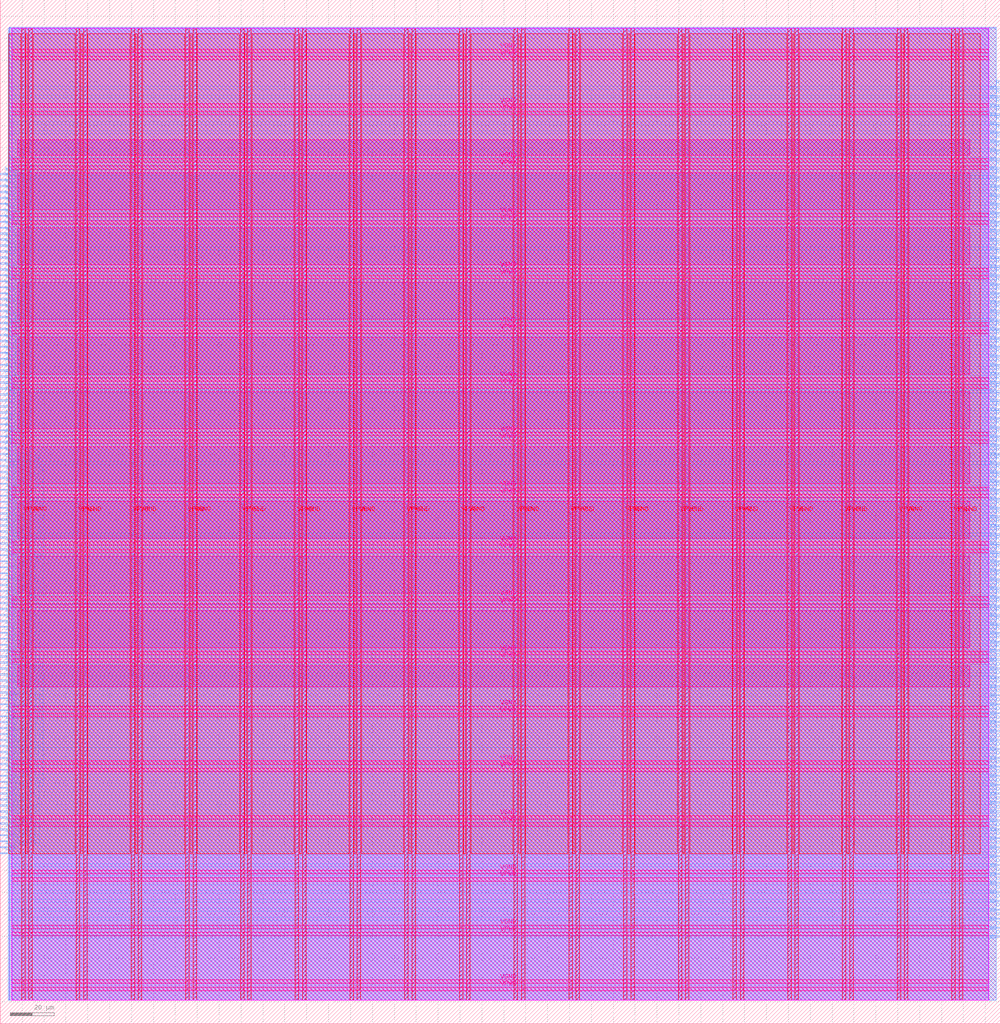
<source format=lef>
VERSION 5.7 ;
  NOWIREEXTENSIONATPIN ON ;
  DIVIDERCHAR "/" ;
  BUSBITCHARS "[]" ;
MACRO TopModule
  CLASS BLOCK ;
  FOREIGN TopModule ;
  ORIGIN 0.000 0.000 ;
  SIZE 456.785 BY 467.505 ;
  PIN A1[0]
    DIRECTION INPUT ;
    USE SIGNAL ;
    ANTENNAGATEAREA 2.446500 ;
    PORT
      LAYER met3 ;
        RECT 0.000 262.520 4.000 263.120 ;
    END
  END A1[0]
  PIN A1[1]
    DIRECTION INPUT ;
    USE SIGNAL ;
    ANTENNAGATEAREA 1.560000 ;
    ANTENNADIFFAREA 0.434700 ;
    PORT
      LAYER met3 ;
        RECT 0.000 265.240 4.000 265.840 ;
    END
  END A1[1]
  PIN A1[2]
    DIRECTION INPUT ;
    USE SIGNAL ;
    ANTENNAGATEAREA 0.159000 ;
    PORT
      LAYER met3 ;
        RECT 0.000 267.960 4.000 268.560 ;
    END
  END A1[2]
  PIN A1[3]
    DIRECTION INPUT ;
    USE SIGNAL ;
    ANTENNAGATEAREA 0.247500 ;
    PORT
      LAYER met3 ;
        RECT 0.000 270.680 4.000 271.280 ;
    END
  END A1[3]
  PIN A1[4]
    DIRECTION INPUT ;
    USE SIGNAL ;
    ANTENNAGATEAREA 0.495000 ;
    PORT
      LAYER met3 ;
        RECT 0.000 273.400 4.000 274.000 ;
    END
  END A1[4]
  PIN A2[0]
    DIRECTION INPUT ;
    USE SIGNAL ;
    ANTENNAGATEAREA 0.247500 ;
    PORT
      LAYER met3 ;
        RECT 0.000 276.120 4.000 276.720 ;
    END
  END A2[0]
  PIN A2[1]
    DIRECTION INPUT ;
    USE SIGNAL ;
    ANTENNAGATEAREA 0.213000 ;
    PORT
      LAYER met3 ;
        RECT 0.000 278.840 4.000 279.440 ;
    END
  END A2[1]
  PIN A2[2]
    DIRECTION INPUT ;
    USE SIGNAL ;
    ANTENNAGATEAREA 0.159000 ;
    PORT
      LAYER met3 ;
        RECT 0.000 281.560 4.000 282.160 ;
    END
  END A2[2]
  PIN A2[3]
    DIRECTION INPUT ;
    USE SIGNAL ;
    ANTENNAGATEAREA 0.426000 ;
    PORT
      LAYER met3 ;
        RECT 0.000 284.280 4.000 284.880 ;
    END
  END A2[3]
  PIN A2[4]
    DIRECTION INPUT ;
    USE SIGNAL ;
    ANTENNAGATEAREA 0.495000 ;
    PORT
      LAYER met3 ;
        RECT 0.000 287.000 4.000 287.600 ;
    END
  END A2[4]
  PIN A3[0]
    DIRECTION INPUT ;
    USE SIGNAL ;
    ANTENNAGATEAREA 0.247500 ;
    PORT
      LAYER met3 ;
        RECT 0.000 289.720 4.000 290.320 ;
    END
  END A3[0]
  PIN A3[1]
    DIRECTION INPUT ;
    USE SIGNAL ;
    ANTENNAGATEAREA 0.213000 ;
    PORT
      LAYER met3 ;
        RECT 0.000 292.440 4.000 293.040 ;
    END
  END A3[1]
  PIN A3[2]
    DIRECTION INPUT ;
    USE SIGNAL ;
    ANTENNAGATEAREA 0.213000 ;
    PORT
      LAYER met3 ;
        RECT 0.000 295.160 4.000 295.760 ;
    END
  END A3[2]
  PIN A3[3]
    DIRECTION INPUT ;
    USE SIGNAL ;
    ANTENNAGATEAREA 0.213000 ;
    PORT
      LAYER met3 ;
        RECT 0.000 297.880 4.000 298.480 ;
    END
  END A3[3]
  PIN A3[4]
    DIRECTION INPUT ;
    USE SIGNAL ;
    ANTENNAGATEAREA 0.213000 ;
    PORT
      LAYER met3 ;
        RECT 0.000 300.600 4.000 301.200 ;
    END
  END A3[4]
  PIN RD1[0]
    DIRECTION OUTPUT ;
    USE SIGNAL ;
    ANTENNADIFFAREA 0.445500 ;
    PORT
      LAYER met3 ;
        RECT 452.785 170.040 456.785 170.640 ;
    END
  END RD1[0]
  PIN RD1[10]
    DIRECTION OUTPUT ;
    USE SIGNAL ;
    ANTENNADIFFAREA 0.445500 ;
    PORT
      LAYER met3 ;
        RECT 452.785 210.840 456.785 211.440 ;
    END
  END RD1[10]
  PIN RD1[11]
    DIRECTION OUTPUT ;
    USE SIGNAL ;
    ANTENNADIFFAREA 0.445500 ;
    PORT
      LAYER met3 ;
        RECT 452.785 214.920 456.785 215.520 ;
    END
  END RD1[11]
  PIN RD1[12]
    DIRECTION OUTPUT ;
    USE SIGNAL ;
    ANTENNADIFFAREA 0.445500 ;
    PORT
      LAYER met3 ;
        RECT 452.785 219.000 456.785 219.600 ;
    END
  END RD1[12]
  PIN RD1[13]
    DIRECTION OUTPUT ;
    USE SIGNAL ;
    ANTENNADIFFAREA 0.445500 ;
    PORT
      LAYER met3 ;
        RECT 452.785 223.080 456.785 223.680 ;
    END
  END RD1[13]
  PIN RD1[14]
    DIRECTION OUTPUT ;
    USE SIGNAL ;
    ANTENNADIFFAREA 0.445500 ;
    PORT
      LAYER met3 ;
        RECT 452.785 227.160 456.785 227.760 ;
    END
  END RD1[14]
  PIN RD1[15]
    DIRECTION OUTPUT ;
    USE SIGNAL ;
    ANTENNADIFFAREA 0.445500 ;
    PORT
      LAYER met3 ;
        RECT 452.785 231.240 456.785 231.840 ;
    END
  END RD1[15]
  PIN RD1[16]
    DIRECTION OUTPUT ;
    USE SIGNAL ;
    ANTENNADIFFAREA 0.445500 ;
    PORT
      LAYER met3 ;
        RECT 452.785 235.320 456.785 235.920 ;
    END
  END RD1[16]
  PIN RD1[17]
    DIRECTION OUTPUT ;
    USE SIGNAL ;
    ANTENNADIFFAREA 0.445500 ;
    PORT
      LAYER met3 ;
        RECT 452.785 239.400 456.785 240.000 ;
    END
  END RD1[17]
  PIN RD1[18]
    DIRECTION OUTPUT ;
    USE SIGNAL ;
    ANTENNADIFFAREA 0.445500 ;
    PORT
      LAYER met3 ;
        RECT 452.785 243.480 456.785 244.080 ;
    END
  END RD1[18]
  PIN RD1[19]
    DIRECTION OUTPUT ;
    USE SIGNAL ;
    ANTENNADIFFAREA 0.445500 ;
    PORT
      LAYER met3 ;
        RECT 452.785 247.560 456.785 248.160 ;
    END
  END RD1[19]
  PIN RD1[1]
    DIRECTION OUTPUT ;
    USE SIGNAL ;
    ANTENNADIFFAREA 0.445500 ;
    PORT
      LAYER met3 ;
        RECT 452.785 174.120 456.785 174.720 ;
    END
  END RD1[1]
  PIN RD1[20]
    DIRECTION OUTPUT ;
    USE SIGNAL ;
    ANTENNADIFFAREA 0.445500 ;
    PORT
      LAYER met3 ;
        RECT 452.785 251.640 456.785 252.240 ;
    END
  END RD1[20]
  PIN RD1[21]
    DIRECTION OUTPUT ;
    USE SIGNAL ;
    ANTENNADIFFAREA 0.445500 ;
    PORT
      LAYER met3 ;
        RECT 452.785 255.720 456.785 256.320 ;
    END
  END RD1[21]
  PIN RD1[22]
    DIRECTION OUTPUT ;
    USE SIGNAL ;
    ANTENNADIFFAREA 0.445500 ;
    PORT
      LAYER met3 ;
        RECT 452.785 259.800 456.785 260.400 ;
    END
  END RD1[22]
  PIN RD1[23]
    DIRECTION OUTPUT ;
    USE SIGNAL ;
    ANTENNADIFFAREA 0.445500 ;
    PORT
      LAYER met3 ;
        RECT 452.785 263.880 456.785 264.480 ;
    END
  END RD1[23]
  PIN RD1[24]
    DIRECTION OUTPUT ;
    USE SIGNAL ;
    ANTENNADIFFAREA 0.445500 ;
    PORT
      LAYER met3 ;
        RECT 452.785 267.960 456.785 268.560 ;
    END
  END RD1[24]
  PIN RD1[25]
    DIRECTION OUTPUT ;
    USE SIGNAL ;
    ANTENNADIFFAREA 0.445500 ;
    PORT
      LAYER met3 ;
        RECT 452.785 272.040 456.785 272.640 ;
    END
  END RD1[25]
  PIN RD1[26]
    DIRECTION OUTPUT ;
    USE SIGNAL ;
    ANTENNADIFFAREA 0.445500 ;
    PORT
      LAYER met3 ;
        RECT 452.785 276.120 456.785 276.720 ;
    END
  END RD1[26]
  PIN RD1[27]
    DIRECTION OUTPUT ;
    USE SIGNAL ;
    ANTENNADIFFAREA 0.445500 ;
    PORT
      LAYER met3 ;
        RECT 452.785 280.200 456.785 280.800 ;
    END
  END RD1[27]
  PIN RD1[28]
    DIRECTION OUTPUT ;
    USE SIGNAL ;
    ANTENNADIFFAREA 0.445500 ;
    PORT
      LAYER met3 ;
        RECT 452.785 284.280 456.785 284.880 ;
    END
  END RD1[28]
  PIN RD1[29]
    DIRECTION OUTPUT ;
    USE SIGNAL ;
    ANTENNADIFFAREA 0.445500 ;
    PORT
      LAYER met3 ;
        RECT 452.785 288.360 456.785 288.960 ;
    END
  END RD1[29]
  PIN RD1[2]
    DIRECTION OUTPUT ;
    USE SIGNAL ;
    ANTENNADIFFAREA 0.445500 ;
    PORT
      LAYER met3 ;
        RECT 452.785 178.200 456.785 178.800 ;
    END
  END RD1[2]
  PIN RD1[30]
    DIRECTION OUTPUT ;
    USE SIGNAL ;
    ANTENNADIFFAREA 0.445500 ;
    PORT
      LAYER met3 ;
        RECT 452.785 292.440 456.785 293.040 ;
    END
  END RD1[30]
  PIN RD1[31]
    DIRECTION OUTPUT ;
    USE SIGNAL ;
    ANTENNADIFFAREA 0.445500 ;
    PORT
      LAYER met3 ;
        RECT 452.785 296.520 456.785 297.120 ;
    END
  END RD1[31]
  PIN RD1[3]
    DIRECTION OUTPUT ;
    USE SIGNAL ;
    ANTENNADIFFAREA 0.445500 ;
    PORT
      LAYER met3 ;
        RECT 452.785 182.280 456.785 182.880 ;
    END
  END RD1[3]
  PIN RD1[4]
    DIRECTION OUTPUT ;
    USE SIGNAL ;
    ANTENNADIFFAREA 0.445500 ;
    PORT
      LAYER met3 ;
        RECT 452.785 186.360 456.785 186.960 ;
    END
  END RD1[4]
  PIN RD1[5]
    DIRECTION OUTPUT ;
    USE SIGNAL ;
    ANTENNADIFFAREA 0.445500 ;
    PORT
      LAYER met3 ;
        RECT 452.785 190.440 456.785 191.040 ;
    END
  END RD1[5]
  PIN RD1[6]
    DIRECTION OUTPUT ;
    USE SIGNAL ;
    ANTENNADIFFAREA 0.445500 ;
    PORT
      LAYER met3 ;
        RECT 452.785 194.520 456.785 195.120 ;
    END
  END RD1[6]
  PIN RD1[7]
    DIRECTION OUTPUT ;
    USE SIGNAL ;
    ANTENNADIFFAREA 0.445500 ;
    PORT
      LAYER met3 ;
        RECT 452.785 198.600 456.785 199.200 ;
    END
  END RD1[7]
  PIN RD1[8]
    DIRECTION OUTPUT ;
    USE SIGNAL ;
    ANTENNADIFFAREA 0.445500 ;
    PORT
      LAYER met3 ;
        RECT 452.785 202.680 456.785 203.280 ;
    END
  END RD1[8]
  PIN RD1[9]
    DIRECTION OUTPUT ;
    USE SIGNAL ;
    ANTENNADIFFAREA 0.445500 ;
    PORT
      LAYER met3 ;
        RECT 452.785 206.760 456.785 207.360 ;
    END
  END RD1[9]
  PIN RD2[0]
    DIRECTION OUTPUT ;
    USE SIGNAL ;
    ANTENNADIFFAREA 0.445500 ;
    PORT
      LAYER met3 ;
        RECT 452.785 300.600 456.785 301.200 ;
    END
  END RD2[0]
  PIN RD2[10]
    DIRECTION OUTPUT ;
    USE SIGNAL ;
    ANTENNADIFFAREA 0.445500 ;
    PORT
      LAYER met3 ;
        RECT 452.785 341.400 456.785 342.000 ;
    END
  END RD2[10]
  PIN RD2[11]
    DIRECTION OUTPUT ;
    USE SIGNAL ;
    ANTENNADIFFAREA 0.445500 ;
    PORT
      LAYER met3 ;
        RECT 452.785 345.480 456.785 346.080 ;
    END
  END RD2[11]
  PIN RD2[12]
    DIRECTION OUTPUT ;
    USE SIGNAL ;
    ANTENNADIFFAREA 0.445500 ;
    PORT
      LAYER met3 ;
        RECT 452.785 349.560 456.785 350.160 ;
    END
  END RD2[12]
  PIN RD2[13]
    DIRECTION OUTPUT ;
    USE SIGNAL ;
    ANTENNADIFFAREA 0.445500 ;
    PORT
      LAYER met3 ;
        RECT 452.785 353.640 456.785 354.240 ;
    END
  END RD2[13]
  PIN RD2[14]
    DIRECTION OUTPUT ;
    USE SIGNAL ;
    ANTENNADIFFAREA 0.445500 ;
    PORT
      LAYER met3 ;
        RECT 452.785 357.720 456.785 358.320 ;
    END
  END RD2[14]
  PIN RD2[15]
    DIRECTION OUTPUT ;
    USE SIGNAL ;
    ANTENNADIFFAREA 0.445500 ;
    PORT
      LAYER met3 ;
        RECT 452.785 361.800 456.785 362.400 ;
    END
  END RD2[15]
  PIN RD2[16]
    DIRECTION OUTPUT ;
    USE SIGNAL ;
    ANTENNADIFFAREA 0.445500 ;
    PORT
      LAYER met3 ;
        RECT 452.785 365.880 456.785 366.480 ;
    END
  END RD2[16]
  PIN RD2[17]
    DIRECTION OUTPUT ;
    USE SIGNAL ;
    ANTENNADIFFAREA 0.445500 ;
    PORT
      LAYER met3 ;
        RECT 452.785 369.960 456.785 370.560 ;
    END
  END RD2[17]
  PIN RD2[18]
    DIRECTION OUTPUT ;
    USE SIGNAL ;
    ANTENNADIFFAREA 0.445500 ;
    PORT
      LAYER met3 ;
        RECT 452.785 374.040 456.785 374.640 ;
    END
  END RD2[18]
  PIN RD2[19]
    DIRECTION OUTPUT ;
    USE SIGNAL ;
    ANTENNADIFFAREA 0.445500 ;
    PORT
      LAYER met3 ;
        RECT 452.785 378.120 456.785 378.720 ;
    END
  END RD2[19]
  PIN RD2[1]
    DIRECTION OUTPUT ;
    USE SIGNAL ;
    ANTENNADIFFAREA 0.445500 ;
    PORT
      LAYER met3 ;
        RECT 452.785 304.680 456.785 305.280 ;
    END
  END RD2[1]
  PIN RD2[20]
    DIRECTION OUTPUT ;
    USE SIGNAL ;
    ANTENNADIFFAREA 0.445500 ;
    PORT
      LAYER met3 ;
        RECT 452.785 382.200 456.785 382.800 ;
    END
  END RD2[20]
  PIN RD2[21]
    DIRECTION OUTPUT ;
    USE SIGNAL ;
    ANTENNADIFFAREA 0.445500 ;
    PORT
      LAYER met3 ;
        RECT 452.785 386.280 456.785 386.880 ;
    END
  END RD2[21]
  PIN RD2[22]
    DIRECTION OUTPUT ;
    USE SIGNAL ;
    ANTENNADIFFAREA 0.445500 ;
    PORT
      LAYER met3 ;
        RECT 452.785 390.360 456.785 390.960 ;
    END
  END RD2[22]
  PIN RD2[23]
    DIRECTION OUTPUT ;
    USE SIGNAL ;
    ANTENNADIFFAREA 0.445500 ;
    PORT
      LAYER met3 ;
        RECT 452.785 394.440 456.785 395.040 ;
    END
  END RD2[23]
  PIN RD2[24]
    DIRECTION OUTPUT ;
    USE SIGNAL ;
    ANTENNADIFFAREA 0.445500 ;
    PORT
      LAYER met3 ;
        RECT 452.785 398.520 456.785 399.120 ;
    END
  END RD2[24]
  PIN RD2[25]
    DIRECTION OUTPUT ;
    USE SIGNAL ;
    ANTENNADIFFAREA 0.445500 ;
    PORT
      LAYER met3 ;
        RECT 452.785 402.600 456.785 403.200 ;
    END
  END RD2[25]
  PIN RD2[26]
    DIRECTION OUTPUT ;
    USE SIGNAL ;
    ANTENNADIFFAREA 0.445500 ;
    PORT
      LAYER met3 ;
        RECT 452.785 406.680 456.785 407.280 ;
    END
  END RD2[26]
  PIN RD2[27]
    DIRECTION OUTPUT ;
    USE SIGNAL ;
    ANTENNADIFFAREA 0.445500 ;
    PORT
      LAYER met3 ;
        RECT 452.785 410.760 456.785 411.360 ;
    END
  END RD2[27]
  PIN RD2[28]
    DIRECTION OUTPUT ;
    USE SIGNAL ;
    ANTENNADIFFAREA 0.445500 ;
    PORT
      LAYER met3 ;
        RECT 452.785 414.840 456.785 415.440 ;
    END
  END RD2[28]
  PIN RD2[29]
    DIRECTION OUTPUT ;
    USE SIGNAL ;
    ANTENNADIFFAREA 0.445500 ;
    PORT
      LAYER met3 ;
        RECT 452.785 418.920 456.785 419.520 ;
    END
  END RD2[29]
  PIN RD2[2]
    DIRECTION OUTPUT ;
    USE SIGNAL ;
    ANTENNADIFFAREA 0.445500 ;
    PORT
      LAYER met3 ;
        RECT 452.785 308.760 456.785 309.360 ;
    END
  END RD2[2]
  PIN RD2[30]
    DIRECTION OUTPUT ;
    USE SIGNAL ;
    ANTENNADIFFAREA 0.445500 ;
    PORT
      LAYER met3 ;
        RECT 452.785 423.000 456.785 423.600 ;
    END
  END RD2[30]
  PIN RD2[31]
    DIRECTION OUTPUT ;
    USE SIGNAL ;
    ANTENNADIFFAREA 0.445500 ;
    PORT
      LAYER met3 ;
        RECT 452.785 427.080 456.785 427.680 ;
    END
  END RD2[31]
  PIN RD2[3]
    DIRECTION OUTPUT ;
    USE SIGNAL ;
    ANTENNADIFFAREA 0.445500 ;
    PORT
      LAYER met3 ;
        RECT 452.785 312.840 456.785 313.440 ;
    END
  END RD2[3]
  PIN RD2[4]
    DIRECTION OUTPUT ;
    USE SIGNAL ;
    ANTENNADIFFAREA 0.445500 ;
    PORT
      LAYER met3 ;
        RECT 452.785 316.920 456.785 317.520 ;
    END
  END RD2[4]
  PIN RD2[5]
    DIRECTION OUTPUT ;
    USE SIGNAL ;
    ANTENNADIFFAREA 0.445500 ;
    PORT
      LAYER met3 ;
        RECT 452.785 321.000 456.785 321.600 ;
    END
  END RD2[5]
  PIN RD2[6]
    DIRECTION OUTPUT ;
    USE SIGNAL ;
    ANTENNADIFFAREA 0.445500 ;
    PORT
      LAYER met3 ;
        RECT 452.785 325.080 456.785 325.680 ;
    END
  END RD2[6]
  PIN RD2[7]
    DIRECTION OUTPUT ;
    USE SIGNAL ;
    ANTENNADIFFAREA 0.445500 ;
    PORT
      LAYER met3 ;
        RECT 452.785 329.160 456.785 329.760 ;
    END
  END RD2[7]
  PIN RD2[8]
    DIRECTION OUTPUT ;
    USE SIGNAL ;
    ANTENNADIFFAREA 0.445500 ;
    PORT
      LAYER met3 ;
        RECT 452.785 333.240 456.785 333.840 ;
    END
  END RD2[8]
  PIN RD2[9]
    DIRECTION OUTPUT ;
    USE SIGNAL ;
    ANTENNADIFFAREA 0.445500 ;
    PORT
      LAYER met3 ;
        RECT 452.785 337.320 456.785 337.920 ;
    END
  END RD2[9]
  PIN VGND
    DIRECTION INOUT ;
    USE GROUND ;
    PORT
      LAYER met4 ;
        RECT 13.020 10.640 14.620 454.480 ;
    END
    PORT
      LAYER met4 ;
        RECT 38.020 10.640 39.620 454.480 ;
    END
    PORT
      LAYER met4 ;
        RECT 63.020 10.640 64.620 454.480 ;
    END
    PORT
      LAYER met4 ;
        RECT 88.020 10.640 89.620 454.480 ;
    END
    PORT
      LAYER met4 ;
        RECT 113.020 10.640 114.620 454.480 ;
    END
    PORT
      LAYER met4 ;
        RECT 138.020 10.640 139.620 454.480 ;
    END
    PORT
      LAYER met4 ;
        RECT 163.020 10.640 164.620 454.480 ;
    END
    PORT
      LAYER met4 ;
        RECT 188.020 10.640 189.620 454.480 ;
    END
    PORT
      LAYER met4 ;
        RECT 213.020 10.640 214.620 454.480 ;
    END
    PORT
      LAYER met4 ;
        RECT 238.020 10.640 239.620 454.480 ;
    END
    PORT
      LAYER met4 ;
        RECT 263.020 10.640 264.620 454.480 ;
    END
    PORT
      LAYER met4 ;
        RECT 288.020 10.640 289.620 454.480 ;
    END
    PORT
      LAYER met4 ;
        RECT 313.020 10.640 314.620 454.480 ;
    END
    PORT
      LAYER met4 ;
        RECT 338.020 10.640 339.620 454.480 ;
    END
    PORT
      LAYER met4 ;
        RECT 363.020 10.640 364.620 454.480 ;
    END
    PORT
      LAYER met4 ;
        RECT 388.020 10.640 389.620 454.480 ;
    END
    PORT
      LAYER met4 ;
        RECT 413.020 10.640 414.620 454.480 ;
    END
    PORT
      LAYER met4 ;
        RECT 438.020 10.640 439.620 454.480 ;
    END
    PORT
      LAYER met5 ;
        RECT 5.280 18.380 451.500 19.980 ;
    END
    PORT
      LAYER met5 ;
        RECT 5.280 43.380 451.500 44.980 ;
    END
    PORT
      LAYER met5 ;
        RECT 5.280 68.380 451.500 69.980 ;
    END
    PORT
      LAYER met5 ;
        RECT 5.280 93.380 451.500 94.980 ;
    END
    PORT
      LAYER met5 ;
        RECT 5.280 118.380 451.500 119.980 ;
    END
    PORT
      LAYER met5 ;
        RECT 5.280 143.380 451.500 144.980 ;
    END
    PORT
      LAYER met5 ;
        RECT 5.280 168.380 451.500 169.980 ;
    END
    PORT
      LAYER met5 ;
        RECT 5.280 193.380 451.500 194.980 ;
    END
    PORT
      LAYER met5 ;
        RECT 5.280 218.380 451.500 219.980 ;
    END
    PORT
      LAYER met5 ;
        RECT 5.280 243.380 451.500 244.980 ;
    END
    PORT
      LAYER met5 ;
        RECT 5.280 268.380 451.500 269.980 ;
    END
    PORT
      LAYER met5 ;
        RECT 5.280 293.380 451.500 294.980 ;
    END
    PORT
      LAYER met5 ;
        RECT 5.280 318.380 451.500 319.980 ;
    END
    PORT
      LAYER met5 ;
        RECT 5.280 343.380 451.500 344.980 ;
    END
    PORT
      LAYER met5 ;
        RECT 5.280 368.380 451.500 369.980 ;
    END
    PORT
      LAYER met5 ;
        RECT 5.280 393.380 451.500 394.980 ;
    END
    PORT
      LAYER met5 ;
        RECT 5.280 418.380 451.500 419.980 ;
    END
    PORT
      LAYER met5 ;
        RECT 5.280 443.380 451.500 444.980 ;
    END
  END VGND
  PIN VPWR
    DIRECTION INOUT ;
    USE POWER ;
    PORT
      LAYER met4 ;
        RECT 9.720 10.640 11.320 454.480 ;
    END
    PORT
      LAYER met4 ;
        RECT 34.720 10.640 36.320 454.480 ;
    END
    PORT
      LAYER met4 ;
        RECT 59.720 10.640 61.320 454.480 ;
    END
    PORT
      LAYER met4 ;
        RECT 84.720 10.640 86.320 454.480 ;
    END
    PORT
      LAYER met4 ;
        RECT 109.720 10.640 111.320 454.480 ;
    END
    PORT
      LAYER met4 ;
        RECT 134.720 10.640 136.320 454.480 ;
    END
    PORT
      LAYER met4 ;
        RECT 159.720 10.640 161.320 454.480 ;
    END
    PORT
      LAYER met4 ;
        RECT 184.720 10.640 186.320 454.480 ;
    END
    PORT
      LAYER met4 ;
        RECT 209.720 10.640 211.320 454.480 ;
    END
    PORT
      LAYER met4 ;
        RECT 234.720 10.640 236.320 454.480 ;
    END
    PORT
      LAYER met4 ;
        RECT 259.720 10.640 261.320 454.480 ;
    END
    PORT
      LAYER met4 ;
        RECT 284.720 10.640 286.320 454.480 ;
    END
    PORT
      LAYER met4 ;
        RECT 309.720 10.640 311.320 454.480 ;
    END
    PORT
      LAYER met4 ;
        RECT 334.720 10.640 336.320 454.480 ;
    END
    PORT
      LAYER met4 ;
        RECT 359.720 10.640 361.320 454.480 ;
    END
    PORT
      LAYER met4 ;
        RECT 384.720 10.640 386.320 454.480 ;
    END
    PORT
      LAYER met4 ;
        RECT 409.720 10.640 411.320 454.480 ;
    END
    PORT
      LAYER met4 ;
        RECT 434.720 10.640 436.320 454.480 ;
    END
    PORT
      LAYER met5 ;
        RECT 5.280 15.080 451.500 16.680 ;
    END
    PORT
      LAYER met5 ;
        RECT 5.280 40.080 451.500 41.680 ;
    END
    PORT
      LAYER met5 ;
        RECT 5.280 65.080 451.500 66.680 ;
    END
    PORT
      LAYER met5 ;
        RECT 5.280 90.080 451.500 91.680 ;
    END
    PORT
      LAYER met5 ;
        RECT 5.280 115.080 451.500 116.680 ;
    END
    PORT
      LAYER met5 ;
        RECT 5.280 140.080 451.500 141.680 ;
    END
    PORT
      LAYER met5 ;
        RECT 5.280 165.080 451.500 166.680 ;
    END
    PORT
      LAYER met5 ;
        RECT 5.280 190.080 451.500 191.680 ;
    END
    PORT
      LAYER met5 ;
        RECT 5.280 215.080 451.500 216.680 ;
    END
    PORT
      LAYER met5 ;
        RECT 5.280 240.080 451.500 241.680 ;
    END
    PORT
      LAYER met5 ;
        RECT 5.280 265.080 451.500 266.680 ;
    END
    PORT
      LAYER met5 ;
        RECT 5.280 290.080 451.500 291.680 ;
    END
    PORT
      LAYER met5 ;
        RECT 5.280 315.080 451.500 316.680 ;
    END
    PORT
      LAYER met5 ;
        RECT 5.280 340.080 451.500 341.680 ;
    END
    PORT
      LAYER met5 ;
        RECT 5.280 365.080 451.500 366.680 ;
    END
    PORT
      LAYER met5 ;
        RECT 5.280 390.080 451.500 391.680 ;
    END
    PORT
      LAYER met5 ;
        RECT 5.280 415.080 451.500 416.680 ;
    END
    PORT
      LAYER met5 ;
        RECT 5.280 440.080 451.500 441.680 ;
    END
  END VPWR
  PIN WD3[0]
    DIRECTION INPUT ;
    USE SIGNAL ;
    ANTENNAGATEAREA 0.213000 ;
    PORT
      LAYER met3 ;
        RECT 0.000 303.320 4.000 303.920 ;
    END
  END WD3[0]
  PIN WD3[10]
    DIRECTION INPUT ;
    USE SIGNAL ;
    ANTENNAGATEAREA 0.159000 ;
    PORT
      LAYER met3 ;
        RECT 0.000 330.520 4.000 331.120 ;
    END
  END WD3[10]
  PIN WD3[11]
    DIRECTION INPUT ;
    USE SIGNAL ;
    ANTENNAGATEAREA 0.159000 ;
    PORT
      LAYER met3 ;
        RECT 0.000 333.240 4.000 333.840 ;
    END
  END WD3[11]
  PIN WD3[12]
    DIRECTION INPUT ;
    USE SIGNAL ;
    ANTENNAGATEAREA 0.213000 ;
    PORT
      LAYER met3 ;
        RECT 0.000 335.960 4.000 336.560 ;
    END
  END WD3[12]
  PIN WD3[13]
    DIRECTION INPUT ;
    USE SIGNAL ;
    ANTENNAGATEAREA 0.159000 ;
    PORT
      LAYER met3 ;
        RECT 0.000 338.680 4.000 339.280 ;
    END
  END WD3[13]
  PIN WD3[14]
    DIRECTION INPUT ;
    USE SIGNAL ;
    ANTENNAGATEAREA 0.159000 ;
    PORT
      LAYER met3 ;
        RECT 0.000 341.400 4.000 342.000 ;
    END
  END WD3[14]
  PIN WD3[15]
    DIRECTION INPUT ;
    USE SIGNAL ;
    ANTENNAGATEAREA 0.159000 ;
    PORT
      LAYER met3 ;
        RECT 0.000 344.120 4.000 344.720 ;
    END
  END WD3[15]
  PIN WD3[16]
    DIRECTION INPUT ;
    USE SIGNAL ;
    ANTENNAGATEAREA 0.159000 ;
    PORT
      LAYER met3 ;
        RECT 0.000 346.840 4.000 347.440 ;
    END
  END WD3[16]
  PIN WD3[17]
    DIRECTION INPUT ;
    USE SIGNAL ;
    ANTENNAGATEAREA 0.213000 ;
    PORT
      LAYER met3 ;
        RECT 0.000 349.560 4.000 350.160 ;
    END
  END WD3[17]
  PIN WD3[18]
    DIRECTION INPUT ;
    USE SIGNAL ;
    ANTENNAGATEAREA 0.159000 ;
    PORT
      LAYER met3 ;
        RECT 0.000 352.280 4.000 352.880 ;
    END
  END WD3[18]
  PIN WD3[19]
    DIRECTION INPUT ;
    USE SIGNAL ;
    ANTENNAGATEAREA 0.213000 ;
    PORT
      LAYER met3 ;
        RECT 0.000 355.000 4.000 355.600 ;
    END
  END WD3[19]
  PIN WD3[1]
    DIRECTION INPUT ;
    USE SIGNAL ;
    ANTENNAGATEAREA 0.213000 ;
    PORT
      LAYER met3 ;
        RECT 0.000 306.040 4.000 306.640 ;
    END
  END WD3[1]
  PIN WD3[20]
    DIRECTION INPUT ;
    USE SIGNAL ;
    ANTENNAGATEAREA 0.159000 ;
    PORT
      LAYER met3 ;
        RECT 0.000 357.720 4.000 358.320 ;
    END
  END WD3[20]
  PIN WD3[21]
    DIRECTION INPUT ;
    USE SIGNAL ;
    ANTENNAGATEAREA 0.213000 ;
    PORT
      LAYER met3 ;
        RECT 0.000 360.440 4.000 361.040 ;
    END
  END WD3[21]
  PIN WD3[22]
    DIRECTION INPUT ;
    USE SIGNAL ;
    ANTENNAGATEAREA 0.159000 ;
    PORT
      LAYER met3 ;
        RECT 0.000 363.160 4.000 363.760 ;
    END
  END WD3[22]
  PIN WD3[23]
    DIRECTION INPUT ;
    USE SIGNAL ;
    ANTENNAGATEAREA 0.213000 ;
    PORT
      LAYER met3 ;
        RECT 0.000 365.880 4.000 366.480 ;
    END
  END WD3[23]
  PIN WD3[24]
    DIRECTION INPUT ;
    USE SIGNAL ;
    ANTENNAGATEAREA 0.213000 ;
    PORT
      LAYER met3 ;
        RECT 0.000 368.600 4.000 369.200 ;
    END
  END WD3[24]
  PIN WD3[25]
    DIRECTION INPUT ;
    USE SIGNAL ;
    ANTENNAGATEAREA 0.159000 ;
    PORT
      LAYER met3 ;
        RECT 0.000 371.320 4.000 371.920 ;
    END
  END WD3[25]
  PIN WD3[26]
    DIRECTION INPUT ;
    USE SIGNAL ;
    ANTENNAGATEAREA 0.159000 ;
    PORT
      LAYER met3 ;
        RECT 0.000 374.040 4.000 374.640 ;
    END
  END WD3[26]
  PIN WD3[27]
    DIRECTION INPUT ;
    USE SIGNAL ;
    ANTENNAGATEAREA 0.159000 ;
    PORT
      LAYER met3 ;
        RECT 0.000 376.760 4.000 377.360 ;
    END
  END WD3[27]
  PIN WD3[28]
    DIRECTION INPUT ;
    USE SIGNAL ;
    ANTENNAGATEAREA 0.159000 ;
    PORT
      LAYER met3 ;
        RECT 0.000 379.480 4.000 380.080 ;
    END
  END WD3[28]
  PIN WD3[29]
    DIRECTION INPUT ;
    USE SIGNAL ;
    ANTENNAGATEAREA 0.159000 ;
    PORT
      LAYER met3 ;
        RECT 0.000 382.200 4.000 382.800 ;
    END
  END WD3[29]
  PIN WD3[2]
    DIRECTION INPUT ;
    USE SIGNAL ;
    ANTENNAGATEAREA 0.213000 ;
    PORT
      LAYER met3 ;
        RECT 0.000 308.760 4.000 309.360 ;
    END
  END WD3[2]
  PIN WD3[30]
    DIRECTION INPUT ;
    USE SIGNAL ;
    ANTENNAGATEAREA 0.159000 ;
    PORT
      LAYER met3 ;
        RECT 0.000 384.920 4.000 385.520 ;
    END
  END WD3[30]
  PIN WD3[31]
    DIRECTION INPUT ;
    USE SIGNAL ;
    ANTENNAGATEAREA 0.213000 ;
    PORT
      LAYER met3 ;
        RECT 0.000 387.640 4.000 388.240 ;
    END
  END WD3[31]
  PIN WD3[3]
    DIRECTION INPUT ;
    USE SIGNAL ;
    ANTENNAGATEAREA 0.213000 ;
    PORT
      LAYER met3 ;
        RECT 0.000 311.480 4.000 312.080 ;
    END
  END WD3[3]
  PIN WD3[4]
    DIRECTION INPUT ;
    USE SIGNAL ;
    ANTENNAGATEAREA 0.213000 ;
    PORT
      LAYER met3 ;
        RECT 0.000 314.200 4.000 314.800 ;
    END
  END WD3[4]
  PIN WD3[5]
    DIRECTION INPUT ;
    USE SIGNAL ;
    ANTENNAGATEAREA 0.213000 ;
    PORT
      LAYER met3 ;
        RECT 0.000 316.920 4.000 317.520 ;
    END
  END WD3[5]
  PIN WD3[6]
    DIRECTION INPUT ;
    USE SIGNAL ;
    ANTENNAGATEAREA 0.213000 ;
    PORT
      LAYER met3 ;
        RECT 0.000 319.640 4.000 320.240 ;
    END
  END WD3[6]
  PIN WD3[7]
    DIRECTION INPUT ;
    USE SIGNAL ;
    ANTENNAGATEAREA 0.213000 ;
    PORT
      LAYER met3 ;
        RECT 0.000 322.360 4.000 322.960 ;
    END
  END WD3[7]
  PIN WD3[8]
    DIRECTION INPUT ;
    USE SIGNAL ;
    ANTENNAGATEAREA 0.159000 ;
    PORT
      LAYER met3 ;
        RECT 0.000 325.080 4.000 325.680 ;
    END
  END WD3[8]
  PIN WD3[9]
    DIRECTION INPUT ;
    USE SIGNAL ;
    ANTENNAGATEAREA 0.213000 ;
    PORT
      LAYER met3 ;
        RECT 0.000 327.800 4.000 328.400 ;
    END
  END WD3[9]
  PIN WE3
    DIRECTION INPUT ;
    USE SIGNAL ;
    ANTENNAGATEAREA 0.247500 ;
    PORT
      LAYER met3 ;
        RECT 0.000 259.800 4.000 260.400 ;
    END
  END WE3
  PIN clk
    DIRECTION INPUT ;
    USE SIGNAL ;
    ANTENNAGATEAREA 0.852000 ;
    PORT
      LAYER met3 ;
        RECT 0.000 77.560 4.000 78.160 ;
    END
  END clk
  PIN inputA[0]
    DIRECTION INPUT ;
    USE SIGNAL ;
    ANTENNAGATEAREA 0.196500 ;
    PORT
      LAYER met3 ;
        RECT 0.000 80.280 4.000 80.880 ;
    END
  END inputA[0]
  PIN inputA[10]
    DIRECTION INPUT ;
    USE SIGNAL ;
    ANTENNAGATEAREA 0.213000 ;
    PORT
      LAYER met3 ;
        RECT 0.000 107.480 4.000 108.080 ;
    END
  END inputA[10]
  PIN inputA[11]
    DIRECTION INPUT ;
    USE SIGNAL ;
    ANTENNAGATEAREA 0.126000 ;
    PORT
      LAYER met3 ;
        RECT 0.000 110.200 4.000 110.800 ;
    END
  END inputA[11]
  PIN inputA[12]
    DIRECTION INPUT ;
    USE SIGNAL ;
    ANTENNAGATEAREA 0.213000 ;
    PORT
      LAYER met3 ;
        RECT 0.000 112.920 4.000 113.520 ;
    END
  END inputA[12]
  PIN inputA[13]
    DIRECTION INPUT ;
    USE SIGNAL ;
    ANTENNAGATEAREA 0.213000 ;
    PORT
      LAYER met3 ;
        RECT 0.000 115.640 4.000 116.240 ;
    END
  END inputA[13]
  PIN inputA[14]
    DIRECTION INPUT ;
    USE SIGNAL ;
    ANTENNAGATEAREA 0.213000 ;
    PORT
      LAYER met3 ;
        RECT 0.000 118.360 4.000 118.960 ;
    END
  END inputA[14]
  PIN inputA[15]
    DIRECTION INPUT ;
    USE SIGNAL ;
    ANTENNAGATEAREA 0.213000 ;
    PORT
      LAYER met3 ;
        RECT 0.000 121.080 4.000 121.680 ;
    END
  END inputA[15]
  PIN inputA[16]
    DIRECTION INPUT ;
    USE SIGNAL ;
    ANTENNAGATEAREA 0.196500 ;
    PORT
      LAYER met3 ;
        RECT 0.000 123.800 4.000 124.400 ;
    END
  END inputA[16]
  PIN inputA[17]
    DIRECTION INPUT ;
    USE SIGNAL ;
    ANTENNAGATEAREA 0.196500 ;
    PORT
      LAYER met3 ;
        RECT 0.000 126.520 4.000 127.120 ;
    END
  END inputA[17]
  PIN inputA[18]
    DIRECTION INPUT ;
    USE SIGNAL ;
    ANTENNAGATEAREA 0.196500 ;
    PORT
      LAYER met3 ;
        RECT 0.000 129.240 4.000 129.840 ;
    END
  END inputA[18]
  PIN inputA[19]
    DIRECTION INPUT ;
    USE SIGNAL ;
    ANTENNAGATEAREA 0.213000 ;
    PORT
      LAYER met3 ;
        RECT 0.000 131.960 4.000 132.560 ;
    END
  END inputA[19]
  PIN inputA[1]
    DIRECTION INPUT ;
    USE SIGNAL ;
    ANTENNAGATEAREA 0.196500 ;
    PORT
      LAYER met3 ;
        RECT 0.000 83.000 4.000 83.600 ;
    END
  END inputA[1]
  PIN inputA[20]
    DIRECTION INPUT ;
    USE SIGNAL ;
    ANTENNAGATEAREA 0.126000 ;
    PORT
      LAYER met3 ;
        RECT 0.000 134.680 4.000 135.280 ;
    END
  END inputA[20]
  PIN inputA[21]
    DIRECTION INPUT ;
    USE SIGNAL ;
    ANTENNAGATEAREA 0.126000 ;
    PORT
      LAYER met3 ;
        RECT 0.000 137.400 4.000 138.000 ;
    END
  END inputA[21]
  PIN inputA[22]
    DIRECTION INPUT ;
    USE SIGNAL ;
    ANTENNAGATEAREA 0.213000 ;
    PORT
      LAYER met3 ;
        RECT 0.000 140.120 4.000 140.720 ;
    END
  END inputA[22]
  PIN inputA[23]
    DIRECTION INPUT ;
    USE SIGNAL ;
    ANTENNAGATEAREA 0.126000 ;
    PORT
      LAYER met3 ;
        RECT 0.000 142.840 4.000 143.440 ;
    END
  END inputA[23]
  PIN inputA[24]
    DIRECTION INPUT ;
    USE SIGNAL ;
    ANTENNAGATEAREA 0.196500 ;
    PORT
      LAYER met3 ;
        RECT 0.000 145.560 4.000 146.160 ;
    END
  END inputA[24]
  PIN inputA[25]
    DIRECTION INPUT ;
    USE SIGNAL ;
    ANTENNAGATEAREA 0.196500 ;
    PORT
      LAYER met3 ;
        RECT 0.000 148.280 4.000 148.880 ;
    END
  END inputA[25]
  PIN inputA[26]
    DIRECTION INPUT ;
    USE SIGNAL ;
    ANTENNAGATEAREA 0.196500 ;
    PORT
      LAYER met3 ;
        RECT 0.000 151.000 4.000 151.600 ;
    END
  END inputA[26]
  PIN inputA[27]
    DIRECTION INPUT ;
    USE SIGNAL ;
    ANTENNAGATEAREA 0.213000 ;
    PORT
      LAYER met3 ;
        RECT 0.000 153.720 4.000 154.320 ;
    END
  END inputA[27]
  PIN inputA[28]
    DIRECTION INPUT ;
    USE SIGNAL ;
    ANTENNAGATEAREA 0.196500 ;
    PORT
      LAYER met3 ;
        RECT 0.000 156.440 4.000 157.040 ;
    END
  END inputA[28]
  PIN inputA[29]
    DIRECTION INPUT ;
    USE SIGNAL ;
    ANTENNAGATEAREA 0.213000 ;
    PORT
      LAYER met3 ;
        RECT 0.000 159.160 4.000 159.760 ;
    END
  END inputA[29]
  PIN inputA[2]
    DIRECTION INPUT ;
    USE SIGNAL ;
    ANTENNAGATEAREA 0.196500 ;
    PORT
      LAYER met3 ;
        RECT 0.000 85.720 4.000 86.320 ;
    END
  END inputA[2]
  PIN inputA[30]
    DIRECTION INPUT ;
    USE SIGNAL ;
    ANTENNAGATEAREA 0.196500 ;
    PORT
      LAYER met3 ;
        RECT 0.000 161.880 4.000 162.480 ;
    END
  END inputA[30]
  PIN inputA[31]
    DIRECTION INPUT ;
    USE SIGNAL ;
    ANTENNAGATEAREA 0.126000 ;
    PORT
      LAYER met3 ;
        RECT 0.000 164.600 4.000 165.200 ;
    END
  END inputA[31]
  PIN inputA[3]
    DIRECTION INPUT ;
    USE SIGNAL ;
    ANTENNAGATEAREA 0.196500 ;
    PORT
      LAYER met3 ;
        RECT 0.000 88.440 4.000 89.040 ;
    END
  END inputA[3]
  PIN inputA[4]
    DIRECTION INPUT ;
    USE SIGNAL ;
    ANTENNAGATEAREA 0.126000 ;
    PORT
      LAYER met3 ;
        RECT 0.000 91.160 4.000 91.760 ;
    END
  END inputA[4]
  PIN inputA[5]
    DIRECTION INPUT ;
    USE SIGNAL ;
    ANTENNAGATEAREA 0.126000 ;
    PORT
      LAYER met3 ;
        RECT 0.000 93.880 4.000 94.480 ;
    END
  END inputA[5]
  PIN inputA[6]
    DIRECTION INPUT ;
    USE SIGNAL ;
    ANTENNAGATEAREA 0.196500 ;
    PORT
      LAYER met3 ;
        RECT 0.000 96.600 4.000 97.200 ;
    END
  END inputA[6]
  PIN inputA[7]
    DIRECTION INPUT ;
    USE SIGNAL ;
    ANTENNAGATEAREA 0.196500 ;
    PORT
      LAYER met3 ;
        RECT 0.000 99.320 4.000 99.920 ;
    END
  END inputA[7]
  PIN inputA[8]
    DIRECTION INPUT ;
    USE SIGNAL ;
    ANTENNAGATEAREA 0.196500 ;
    PORT
      LAYER met3 ;
        RECT 0.000 102.040 4.000 102.640 ;
    END
  END inputA[8]
  PIN inputA[9]
    DIRECTION INPUT ;
    USE SIGNAL ;
    ANTENNAGATEAREA 0.196500 ;
    PORT
      LAYER met3 ;
        RECT 0.000 104.760 4.000 105.360 ;
    END
  END inputA[9]
  PIN inputB[0]
    DIRECTION INPUT ;
    USE SIGNAL ;
    ANTENNAGATEAREA 0.196500 ;
    PORT
      LAYER met3 ;
        RECT 0.000 167.320 4.000 167.920 ;
    END
  END inputB[0]
  PIN inputB[10]
    DIRECTION INPUT ;
    USE SIGNAL ;
    ANTENNAGATEAREA 0.196500 ;
    PORT
      LAYER met3 ;
        RECT 0.000 194.520 4.000 195.120 ;
    END
  END inputB[10]
  PIN inputB[11]
    DIRECTION INPUT ;
    USE SIGNAL ;
    ANTENNAGATEAREA 0.196500 ;
    PORT
      LAYER met3 ;
        RECT 0.000 197.240 4.000 197.840 ;
    END
  END inputB[11]
  PIN inputB[12]
    DIRECTION INPUT ;
    USE SIGNAL ;
    ANTENNAGATEAREA 0.126000 ;
    PORT
      LAYER met3 ;
        RECT 0.000 199.960 4.000 200.560 ;
    END
  END inputB[12]
  PIN inputB[13]
    DIRECTION INPUT ;
    USE SIGNAL ;
    ANTENNAGATEAREA 0.126000 ;
    PORT
      LAYER met3 ;
        RECT 0.000 202.680 4.000 203.280 ;
    END
  END inputB[13]
  PIN inputB[14]
    DIRECTION INPUT ;
    USE SIGNAL ;
    ANTENNAGATEAREA 0.196500 ;
    PORT
      LAYER met3 ;
        RECT 0.000 205.400 4.000 206.000 ;
    END
  END inputB[14]
  PIN inputB[15]
    DIRECTION INPUT ;
    USE SIGNAL ;
    ANTENNAGATEAREA 0.126000 ;
    PORT
      LAYER met3 ;
        RECT 0.000 208.120 4.000 208.720 ;
    END
  END inputB[15]
  PIN inputB[16]
    DIRECTION INPUT ;
    USE SIGNAL ;
    ANTENNAGATEAREA 0.196500 ;
    PORT
      LAYER met3 ;
        RECT 0.000 210.840 4.000 211.440 ;
    END
  END inputB[16]
  PIN inputB[17]
    DIRECTION INPUT ;
    USE SIGNAL ;
    ANTENNAGATEAREA 0.126000 ;
    PORT
      LAYER met3 ;
        RECT 0.000 213.560 4.000 214.160 ;
    END
  END inputB[17]
  PIN inputB[18]
    DIRECTION INPUT ;
    USE SIGNAL ;
    ANTENNAGATEAREA 0.196500 ;
    PORT
      LAYER met3 ;
        RECT 0.000 216.280 4.000 216.880 ;
    END
  END inputB[18]
  PIN inputB[19]
    DIRECTION INPUT ;
    USE SIGNAL ;
    ANTENNAGATEAREA 0.196500 ;
    PORT
      LAYER met3 ;
        RECT 0.000 219.000 4.000 219.600 ;
    END
  END inputB[19]
  PIN inputB[1]
    DIRECTION INPUT ;
    USE SIGNAL ;
    ANTENNAGATEAREA 0.213000 ;
    PORT
      LAYER met3 ;
        RECT 0.000 170.040 4.000 170.640 ;
    END
  END inputB[1]
  PIN inputB[20]
    DIRECTION INPUT ;
    USE SIGNAL ;
    ANTENNAGATEAREA 0.196500 ;
    PORT
      LAYER met3 ;
        RECT 0.000 221.720 4.000 222.320 ;
    END
  END inputB[20]
  PIN inputB[21]
    DIRECTION INPUT ;
    USE SIGNAL ;
    ANTENNAGATEAREA 0.196500 ;
    PORT
      LAYER met3 ;
        RECT 0.000 224.440 4.000 225.040 ;
    END
  END inputB[21]
  PIN inputB[22]
    DIRECTION INPUT ;
    USE SIGNAL ;
    ANTENNAGATEAREA 0.196500 ;
    PORT
      LAYER met3 ;
        RECT 0.000 227.160 4.000 227.760 ;
    END
  END inputB[22]
  PIN inputB[23]
    DIRECTION INPUT ;
    USE SIGNAL ;
    ANTENNAGATEAREA 0.196500 ;
    PORT
      LAYER met3 ;
        RECT 0.000 229.880 4.000 230.480 ;
    END
  END inputB[23]
  PIN inputB[24]
    DIRECTION INPUT ;
    USE SIGNAL ;
    ANTENNAGATEAREA 0.196500 ;
    PORT
      LAYER met3 ;
        RECT 0.000 232.600 4.000 233.200 ;
    END
  END inputB[24]
  PIN inputB[25]
    DIRECTION INPUT ;
    USE SIGNAL ;
    ANTENNAGATEAREA 0.196500 ;
    PORT
      LAYER met3 ;
        RECT 0.000 235.320 4.000 235.920 ;
    END
  END inputB[25]
  PIN inputB[26]
    DIRECTION INPUT ;
    USE SIGNAL ;
    ANTENNAGATEAREA 0.196500 ;
    PORT
      LAYER met3 ;
        RECT 0.000 238.040 4.000 238.640 ;
    END
  END inputB[26]
  PIN inputB[27]
    DIRECTION INPUT ;
    USE SIGNAL ;
    ANTENNAGATEAREA 0.196500 ;
    PORT
      LAYER met3 ;
        RECT 0.000 240.760 4.000 241.360 ;
    END
  END inputB[27]
  PIN inputB[28]
    DIRECTION INPUT ;
    USE SIGNAL ;
    ANTENNAGATEAREA 0.196500 ;
    PORT
      LAYER met3 ;
        RECT 0.000 243.480 4.000 244.080 ;
    END
  END inputB[28]
  PIN inputB[29]
    DIRECTION INPUT ;
    USE SIGNAL ;
    ANTENNAGATEAREA 0.126000 ;
    PORT
      LAYER met3 ;
        RECT 0.000 246.200 4.000 246.800 ;
    END
  END inputB[29]
  PIN inputB[2]
    DIRECTION INPUT ;
    USE SIGNAL ;
    ANTENNAGATEAREA 0.159000 ;
    PORT
      LAYER met3 ;
        RECT 0.000 172.760 4.000 173.360 ;
    END
  END inputB[2]
  PIN inputB[30]
    DIRECTION INPUT ;
    USE SIGNAL ;
    ANTENNAGATEAREA 0.196500 ;
    PORT
      LAYER met3 ;
        RECT 0.000 248.920 4.000 249.520 ;
    END
  END inputB[30]
  PIN inputB[31]
    DIRECTION INPUT ;
    USE SIGNAL ;
    ANTENNAGATEAREA 0.196500 ;
    PORT
      LAYER met3 ;
        RECT 0.000 251.640 4.000 252.240 ;
    END
  END inputB[31]
  PIN inputB[3]
    DIRECTION INPUT ;
    USE SIGNAL ;
    ANTENNAGATEAREA 0.126000 ;
    PORT
      LAYER met3 ;
        RECT 0.000 175.480 4.000 176.080 ;
    END
  END inputB[3]
  PIN inputB[4]
    DIRECTION INPUT ;
    USE SIGNAL ;
    ANTENNAGATEAREA 0.159000 ;
    PORT
      LAYER met3 ;
        RECT 0.000 178.200 4.000 178.800 ;
    END
  END inputB[4]
  PIN inputB[5]
    DIRECTION INPUT ;
    USE SIGNAL ;
    ANTENNAGATEAREA 0.213000 ;
    PORT
      LAYER met3 ;
        RECT 0.000 180.920 4.000 181.520 ;
    END
  END inputB[5]
  PIN inputB[6]
    DIRECTION INPUT ;
    USE SIGNAL ;
    ANTENNAGATEAREA 0.196500 ;
    PORT
      LAYER met3 ;
        RECT 0.000 183.640 4.000 184.240 ;
    END
  END inputB[6]
  PIN inputB[7]
    DIRECTION INPUT ;
    USE SIGNAL ;
    ANTENNAGATEAREA 0.196500 ;
    PORT
      LAYER met3 ;
        RECT 0.000 186.360 4.000 186.960 ;
    END
  END inputB[7]
  PIN inputB[8]
    DIRECTION INPUT ;
    USE SIGNAL ;
    ANTENNAGATEAREA 0.196500 ;
    PORT
      LAYER met3 ;
        RECT 0.000 189.080 4.000 189.680 ;
    END
  END inputB[8]
  PIN inputB[9]
    DIRECTION INPUT ;
    USE SIGNAL ;
    ANTENNAGATEAREA 0.196500 ;
    PORT
      LAYER met3 ;
        RECT 0.000 191.800 4.000 192.400 ;
    END
  END inputB[9]
  PIN opcode[0]
    DIRECTION INPUT ;
    USE SIGNAL ;
    ANTENNAGATEAREA 0.213000 ;
    PORT
      LAYER met3 ;
        RECT 0.000 254.360 4.000 254.960 ;
    END
  END opcode[0]
  PIN opcode[1]
    DIRECTION INPUT ;
    USE SIGNAL ;
    ANTENNAGATEAREA 0.247500 ;
    PORT
      LAYER met3 ;
        RECT 0.000 257.080 4.000 257.680 ;
    END
  END opcode[1]
  PIN outputC[0]
    DIRECTION OUTPUT ;
    USE SIGNAL ;
    ANTENNADIFFAREA 0.445500 ;
    PORT
      LAYER met3 ;
        RECT 452.785 39.480 456.785 40.080 ;
    END
  END outputC[0]
  PIN outputC[10]
    DIRECTION OUTPUT ;
    USE SIGNAL ;
    ANTENNADIFFAREA 0.445500 ;
    PORT
      LAYER met3 ;
        RECT 452.785 80.280 456.785 80.880 ;
    END
  END outputC[10]
  PIN outputC[11]
    DIRECTION OUTPUT ;
    USE SIGNAL ;
    ANTENNADIFFAREA 0.445500 ;
    PORT
      LAYER met3 ;
        RECT 452.785 84.360 456.785 84.960 ;
    END
  END outputC[11]
  PIN outputC[12]
    DIRECTION OUTPUT ;
    USE SIGNAL ;
    ANTENNADIFFAREA 0.445500 ;
    PORT
      LAYER met3 ;
        RECT 452.785 88.440 456.785 89.040 ;
    END
  END outputC[12]
  PIN outputC[13]
    DIRECTION OUTPUT ;
    USE SIGNAL ;
    ANTENNADIFFAREA 0.445500 ;
    PORT
      LAYER met3 ;
        RECT 452.785 92.520 456.785 93.120 ;
    END
  END outputC[13]
  PIN outputC[14]
    DIRECTION OUTPUT ;
    USE SIGNAL ;
    ANTENNADIFFAREA 0.445500 ;
    PORT
      LAYER met3 ;
        RECT 452.785 96.600 456.785 97.200 ;
    END
  END outputC[14]
  PIN outputC[15]
    DIRECTION OUTPUT ;
    USE SIGNAL ;
    ANTENNADIFFAREA 0.445500 ;
    PORT
      LAYER met3 ;
        RECT 452.785 100.680 456.785 101.280 ;
    END
  END outputC[15]
  PIN outputC[16]
    DIRECTION OUTPUT ;
    USE SIGNAL ;
    ANTENNADIFFAREA 0.445500 ;
    PORT
      LAYER met3 ;
        RECT 452.785 104.760 456.785 105.360 ;
    END
  END outputC[16]
  PIN outputC[17]
    DIRECTION OUTPUT ;
    USE SIGNAL ;
    ANTENNADIFFAREA 0.445500 ;
    PORT
      LAYER met3 ;
        RECT 452.785 108.840 456.785 109.440 ;
    END
  END outputC[17]
  PIN outputC[18]
    DIRECTION OUTPUT ;
    USE SIGNAL ;
    ANTENNADIFFAREA 0.445500 ;
    PORT
      LAYER met3 ;
        RECT 452.785 112.920 456.785 113.520 ;
    END
  END outputC[18]
  PIN outputC[19]
    DIRECTION OUTPUT ;
    USE SIGNAL ;
    ANTENNADIFFAREA 0.445500 ;
    PORT
      LAYER met3 ;
        RECT 452.785 117.000 456.785 117.600 ;
    END
  END outputC[19]
  PIN outputC[1]
    DIRECTION OUTPUT ;
    USE SIGNAL ;
    ANTENNADIFFAREA 0.445500 ;
    PORT
      LAYER met3 ;
        RECT 452.785 43.560 456.785 44.160 ;
    END
  END outputC[1]
  PIN outputC[20]
    DIRECTION OUTPUT ;
    USE SIGNAL ;
    ANTENNADIFFAREA 0.445500 ;
    PORT
      LAYER met3 ;
        RECT 452.785 121.080 456.785 121.680 ;
    END
  END outputC[20]
  PIN outputC[21]
    DIRECTION OUTPUT ;
    USE SIGNAL ;
    ANTENNADIFFAREA 0.445500 ;
    PORT
      LAYER met3 ;
        RECT 452.785 125.160 456.785 125.760 ;
    END
  END outputC[21]
  PIN outputC[22]
    DIRECTION OUTPUT ;
    USE SIGNAL ;
    ANTENNADIFFAREA 0.445500 ;
    PORT
      LAYER met3 ;
        RECT 452.785 129.240 456.785 129.840 ;
    END
  END outputC[22]
  PIN outputC[23]
    DIRECTION OUTPUT ;
    USE SIGNAL ;
    ANTENNADIFFAREA 0.445500 ;
    PORT
      LAYER met3 ;
        RECT 452.785 133.320 456.785 133.920 ;
    END
  END outputC[23]
  PIN outputC[24]
    DIRECTION OUTPUT ;
    USE SIGNAL ;
    ANTENNADIFFAREA 0.445500 ;
    PORT
      LAYER met3 ;
        RECT 452.785 137.400 456.785 138.000 ;
    END
  END outputC[24]
  PIN outputC[25]
    DIRECTION OUTPUT ;
    USE SIGNAL ;
    ANTENNADIFFAREA 0.445500 ;
    PORT
      LAYER met3 ;
        RECT 452.785 141.480 456.785 142.080 ;
    END
  END outputC[25]
  PIN outputC[26]
    DIRECTION OUTPUT ;
    USE SIGNAL ;
    ANTENNADIFFAREA 0.445500 ;
    PORT
      LAYER met3 ;
        RECT 452.785 145.560 456.785 146.160 ;
    END
  END outputC[26]
  PIN outputC[27]
    DIRECTION OUTPUT ;
    USE SIGNAL ;
    ANTENNADIFFAREA 0.445500 ;
    PORT
      LAYER met3 ;
        RECT 452.785 149.640 456.785 150.240 ;
    END
  END outputC[27]
  PIN outputC[28]
    DIRECTION OUTPUT ;
    USE SIGNAL ;
    ANTENNADIFFAREA 0.445500 ;
    PORT
      LAYER met3 ;
        RECT 452.785 153.720 456.785 154.320 ;
    END
  END outputC[28]
  PIN outputC[29]
    DIRECTION OUTPUT ;
    USE SIGNAL ;
    ANTENNADIFFAREA 0.445500 ;
    PORT
      LAYER met3 ;
        RECT 452.785 157.800 456.785 158.400 ;
    END
  END outputC[29]
  PIN outputC[2]
    DIRECTION OUTPUT ;
    USE SIGNAL ;
    ANTENNADIFFAREA 0.445500 ;
    PORT
      LAYER met3 ;
        RECT 452.785 47.640 456.785 48.240 ;
    END
  END outputC[2]
  PIN outputC[30]
    DIRECTION OUTPUT ;
    USE SIGNAL ;
    ANTENNADIFFAREA 0.445500 ;
    PORT
      LAYER met3 ;
        RECT 452.785 161.880 456.785 162.480 ;
    END
  END outputC[30]
  PIN outputC[31]
    DIRECTION OUTPUT ;
    USE SIGNAL ;
    ANTENNADIFFAREA 0.445500 ;
    PORT
      LAYER met3 ;
        RECT 452.785 165.960 456.785 166.560 ;
    END
  END outputC[31]
  PIN outputC[3]
    DIRECTION OUTPUT ;
    USE SIGNAL ;
    ANTENNADIFFAREA 0.445500 ;
    PORT
      LAYER met3 ;
        RECT 452.785 51.720 456.785 52.320 ;
    END
  END outputC[3]
  PIN outputC[4]
    DIRECTION OUTPUT ;
    USE SIGNAL ;
    ANTENNADIFFAREA 0.445500 ;
    PORT
      LAYER met3 ;
        RECT 452.785 55.800 456.785 56.400 ;
    END
  END outputC[4]
  PIN outputC[5]
    DIRECTION OUTPUT ;
    USE SIGNAL ;
    ANTENNADIFFAREA 0.445500 ;
    PORT
      LAYER met3 ;
        RECT 452.785 59.880 456.785 60.480 ;
    END
  END outputC[5]
  PIN outputC[6]
    DIRECTION OUTPUT ;
    USE SIGNAL ;
    ANTENNADIFFAREA 0.445500 ;
    PORT
      LAYER met3 ;
        RECT 452.785 63.960 456.785 64.560 ;
    END
  END outputC[6]
  PIN outputC[7]
    DIRECTION OUTPUT ;
    USE SIGNAL ;
    ANTENNADIFFAREA 0.445500 ;
    PORT
      LAYER met3 ;
        RECT 452.785 68.040 456.785 68.640 ;
    END
  END outputC[7]
  PIN outputC[8]
    DIRECTION OUTPUT ;
    USE SIGNAL ;
    ANTENNADIFFAREA 0.445500 ;
    PORT
      LAYER met3 ;
        RECT 452.785 72.120 456.785 72.720 ;
    END
  END outputC[8]
  PIN outputC[9]
    DIRECTION OUTPUT ;
    USE SIGNAL ;
    ANTENNADIFFAREA 0.445500 ;
    PORT
      LAYER met3 ;
        RECT 452.785 76.200 456.785 76.800 ;
    END
  END outputC[9]
  OBS
      LAYER nwell ;
        RECT 5.330 10.795 451.450 454.430 ;
      LAYER li1 ;
        RECT 5.520 10.795 451.260 454.325 ;
      LAYER met1 ;
        RECT 4.210 10.640 454.870 454.880 ;
      LAYER met2 ;
        RECT 4.230 10.695 454.850 454.910 ;
      LAYER met3 ;
        RECT 3.750 428.080 454.875 454.405 ;
        RECT 3.750 426.680 452.385 428.080 ;
        RECT 3.750 424.000 454.875 426.680 ;
        RECT 3.750 422.600 452.385 424.000 ;
        RECT 3.750 419.920 454.875 422.600 ;
        RECT 3.750 418.520 452.385 419.920 ;
        RECT 3.750 415.840 454.875 418.520 ;
        RECT 3.750 414.440 452.385 415.840 ;
        RECT 3.750 411.760 454.875 414.440 ;
        RECT 3.750 410.360 452.385 411.760 ;
        RECT 3.750 407.680 454.875 410.360 ;
        RECT 3.750 406.280 452.385 407.680 ;
        RECT 3.750 403.600 454.875 406.280 ;
        RECT 3.750 402.200 452.385 403.600 ;
        RECT 3.750 399.520 454.875 402.200 ;
        RECT 3.750 398.120 452.385 399.520 ;
        RECT 3.750 395.440 454.875 398.120 ;
        RECT 3.750 394.040 452.385 395.440 ;
        RECT 3.750 391.360 454.875 394.040 ;
        RECT 3.750 389.960 452.385 391.360 ;
        RECT 3.750 388.640 454.875 389.960 ;
        RECT 4.400 387.280 454.875 388.640 ;
        RECT 4.400 387.240 452.385 387.280 ;
        RECT 3.750 385.920 452.385 387.240 ;
        RECT 4.400 385.880 452.385 385.920 ;
        RECT 4.400 384.520 454.875 385.880 ;
        RECT 3.750 383.200 454.875 384.520 ;
        RECT 4.400 381.800 452.385 383.200 ;
        RECT 3.750 380.480 454.875 381.800 ;
        RECT 4.400 379.120 454.875 380.480 ;
        RECT 4.400 379.080 452.385 379.120 ;
        RECT 3.750 377.760 452.385 379.080 ;
        RECT 4.400 377.720 452.385 377.760 ;
        RECT 4.400 376.360 454.875 377.720 ;
        RECT 3.750 375.040 454.875 376.360 ;
        RECT 4.400 373.640 452.385 375.040 ;
        RECT 3.750 372.320 454.875 373.640 ;
        RECT 4.400 370.960 454.875 372.320 ;
        RECT 4.400 370.920 452.385 370.960 ;
        RECT 3.750 369.600 452.385 370.920 ;
        RECT 4.400 369.560 452.385 369.600 ;
        RECT 4.400 368.200 454.875 369.560 ;
        RECT 3.750 366.880 454.875 368.200 ;
        RECT 4.400 365.480 452.385 366.880 ;
        RECT 3.750 364.160 454.875 365.480 ;
        RECT 4.400 362.800 454.875 364.160 ;
        RECT 4.400 362.760 452.385 362.800 ;
        RECT 3.750 361.440 452.385 362.760 ;
        RECT 4.400 361.400 452.385 361.440 ;
        RECT 4.400 360.040 454.875 361.400 ;
        RECT 3.750 358.720 454.875 360.040 ;
        RECT 4.400 357.320 452.385 358.720 ;
        RECT 3.750 356.000 454.875 357.320 ;
        RECT 4.400 354.640 454.875 356.000 ;
        RECT 4.400 354.600 452.385 354.640 ;
        RECT 3.750 353.280 452.385 354.600 ;
        RECT 4.400 353.240 452.385 353.280 ;
        RECT 4.400 351.880 454.875 353.240 ;
        RECT 3.750 350.560 454.875 351.880 ;
        RECT 4.400 349.160 452.385 350.560 ;
        RECT 3.750 347.840 454.875 349.160 ;
        RECT 4.400 346.480 454.875 347.840 ;
        RECT 4.400 346.440 452.385 346.480 ;
        RECT 3.750 345.120 452.385 346.440 ;
        RECT 4.400 345.080 452.385 345.120 ;
        RECT 4.400 343.720 454.875 345.080 ;
        RECT 3.750 342.400 454.875 343.720 ;
        RECT 4.400 341.000 452.385 342.400 ;
        RECT 3.750 339.680 454.875 341.000 ;
        RECT 4.400 338.320 454.875 339.680 ;
        RECT 4.400 338.280 452.385 338.320 ;
        RECT 3.750 336.960 452.385 338.280 ;
        RECT 4.400 336.920 452.385 336.960 ;
        RECT 4.400 335.560 454.875 336.920 ;
        RECT 3.750 334.240 454.875 335.560 ;
        RECT 4.400 332.840 452.385 334.240 ;
        RECT 3.750 331.520 454.875 332.840 ;
        RECT 4.400 330.160 454.875 331.520 ;
        RECT 4.400 330.120 452.385 330.160 ;
        RECT 3.750 328.800 452.385 330.120 ;
        RECT 4.400 328.760 452.385 328.800 ;
        RECT 4.400 327.400 454.875 328.760 ;
        RECT 3.750 326.080 454.875 327.400 ;
        RECT 4.400 324.680 452.385 326.080 ;
        RECT 3.750 323.360 454.875 324.680 ;
        RECT 4.400 322.000 454.875 323.360 ;
        RECT 4.400 321.960 452.385 322.000 ;
        RECT 3.750 320.640 452.385 321.960 ;
        RECT 4.400 320.600 452.385 320.640 ;
        RECT 4.400 319.240 454.875 320.600 ;
        RECT 3.750 317.920 454.875 319.240 ;
        RECT 4.400 316.520 452.385 317.920 ;
        RECT 3.750 315.200 454.875 316.520 ;
        RECT 4.400 313.840 454.875 315.200 ;
        RECT 4.400 313.800 452.385 313.840 ;
        RECT 3.750 312.480 452.385 313.800 ;
        RECT 4.400 312.440 452.385 312.480 ;
        RECT 4.400 311.080 454.875 312.440 ;
        RECT 3.750 309.760 454.875 311.080 ;
        RECT 4.400 308.360 452.385 309.760 ;
        RECT 3.750 307.040 454.875 308.360 ;
        RECT 4.400 305.680 454.875 307.040 ;
        RECT 4.400 305.640 452.385 305.680 ;
        RECT 3.750 304.320 452.385 305.640 ;
        RECT 4.400 304.280 452.385 304.320 ;
        RECT 4.400 302.920 454.875 304.280 ;
        RECT 3.750 301.600 454.875 302.920 ;
        RECT 4.400 300.200 452.385 301.600 ;
        RECT 3.750 298.880 454.875 300.200 ;
        RECT 4.400 297.520 454.875 298.880 ;
        RECT 4.400 297.480 452.385 297.520 ;
        RECT 3.750 296.160 452.385 297.480 ;
        RECT 4.400 296.120 452.385 296.160 ;
        RECT 4.400 294.760 454.875 296.120 ;
        RECT 3.750 293.440 454.875 294.760 ;
        RECT 4.400 292.040 452.385 293.440 ;
        RECT 3.750 290.720 454.875 292.040 ;
        RECT 4.400 289.360 454.875 290.720 ;
        RECT 4.400 289.320 452.385 289.360 ;
        RECT 3.750 288.000 452.385 289.320 ;
        RECT 4.400 287.960 452.385 288.000 ;
        RECT 4.400 286.600 454.875 287.960 ;
        RECT 3.750 285.280 454.875 286.600 ;
        RECT 4.400 283.880 452.385 285.280 ;
        RECT 3.750 282.560 454.875 283.880 ;
        RECT 4.400 281.200 454.875 282.560 ;
        RECT 4.400 281.160 452.385 281.200 ;
        RECT 3.750 279.840 452.385 281.160 ;
        RECT 4.400 279.800 452.385 279.840 ;
        RECT 4.400 278.440 454.875 279.800 ;
        RECT 3.750 277.120 454.875 278.440 ;
        RECT 4.400 275.720 452.385 277.120 ;
        RECT 3.750 274.400 454.875 275.720 ;
        RECT 4.400 273.040 454.875 274.400 ;
        RECT 4.400 273.000 452.385 273.040 ;
        RECT 3.750 271.680 452.385 273.000 ;
        RECT 4.400 271.640 452.385 271.680 ;
        RECT 4.400 270.280 454.875 271.640 ;
        RECT 3.750 268.960 454.875 270.280 ;
        RECT 4.400 267.560 452.385 268.960 ;
        RECT 3.750 266.240 454.875 267.560 ;
        RECT 4.400 264.880 454.875 266.240 ;
        RECT 4.400 264.840 452.385 264.880 ;
        RECT 3.750 263.520 452.385 264.840 ;
        RECT 4.400 263.480 452.385 263.520 ;
        RECT 4.400 262.120 454.875 263.480 ;
        RECT 3.750 260.800 454.875 262.120 ;
        RECT 4.400 259.400 452.385 260.800 ;
        RECT 3.750 258.080 454.875 259.400 ;
        RECT 4.400 256.720 454.875 258.080 ;
        RECT 4.400 256.680 452.385 256.720 ;
        RECT 3.750 255.360 452.385 256.680 ;
        RECT 4.400 255.320 452.385 255.360 ;
        RECT 4.400 253.960 454.875 255.320 ;
        RECT 3.750 252.640 454.875 253.960 ;
        RECT 4.400 251.240 452.385 252.640 ;
        RECT 3.750 249.920 454.875 251.240 ;
        RECT 4.400 248.560 454.875 249.920 ;
        RECT 4.400 248.520 452.385 248.560 ;
        RECT 3.750 247.200 452.385 248.520 ;
        RECT 4.400 247.160 452.385 247.200 ;
        RECT 4.400 245.800 454.875 247.160 ;
        RECT 3.750 244.480 454.875 245.800 ;
        RECT 4.400 243.080 452.385 244.480 ;
        RECT 3.750 241.760 454.875 243.080 ;
        RECT 4.400 240.400 454.875 241.760 ;
        RECT 4.400 240.360 452.385 240.400 ;
        RECT 3.750 239.040 452.385 240.360 ;
        RECT 4.400 239.000 452.385 239.040 ;
        RECT 4.400 237.640 454.875 239.000 ;
        RECT 3.750 236.320 454.875 237.640 ;
        RECT 4.400 234.920 452.385 236.320 ;
        RECT 3.750 233.600 454.875 234.920 ;
        RECT 4.400 232.240 454.875 233.600 ;
        RECT 4.400 232.200 452.385 232.240 ;
        RECT 3.750 230.880 452.385 232.200 ;
        RECT 4.400 230.840 452.385 230.880 ;
        RECT 4.400 229.480 454.875 230.840 ;
        RECT 3.750 228.160 454.875 229.480 ;
        RECT 4.400 226.760 452.385 228.160 ;
        RECT 3.750 225.440 454.875 226.760 ;
        RECT 4.400 224.080 454.875 225.440 ;
        RECT 4.400 224.040 452.385 224.080 ;
        RECT 3.750 222.720 452.385 224.040 ;
        RECT 4.400 222.680 452.385 222.720 ;
        RECT 4.400 221.320 454.875 222.680 ;
        RECT 3.750 220.000 454.875 221.320 ;
        RECT 4.400 218.600 452.385 220.000 ;
        RECT 3.750 217.280 454.875 218.600 ;
        RECT 4.400 215.920 454.875 217.280 ;
        RECT 4.400 215.880 452.385 215.920 ;
        RECT 3.750 214.560 452.385 215.880 ;
        RECT 4.400 214.520 452.385 214.560 ;
        RECT 4.400 213.160 454.875 214.520 ;
        RECT 3.750 211.840 454.875 213.160 ;
        RECT 4.400 210.440 452.385 211.840 ;
        RECT 3.750 209.120 454.875 210.440 ;
        RECT 4.400 207.760 454.875 209.120 ;
        RECT 4.400 207.720 452.385 207.760 ;
        RECT 3.750 206.400 452.385 207.720 ;
        RECT 4.400 206.360 452.385 206.400 ;
        RECT 4.400 205.000 454.875 206.360 ;
        RECT 3.750 203.680 454.875 205.000 ;
        RECT 4.400 202.280 452.385 203.680 ;
        RECT 3.750 200.960 454.875 202.280 ;
        RECT 4.400 199.600 454.875 200.960 ;
        RECT 4.400 199.560 452.385 199.600 ;
        RECT 3.750 198.240 452.385 199.560 ;
        RECT 4.400 198.200 452.385 198.240 ;
        RECT 4.400 196.840 454.875 198.200 ;
        RECT 3.750 195.520 454.875 196.840 ;
        RECT 4.400 194.120 452.385 195.520 ;
        RECT 3.750 192.800 454.875 194.120 ;
        RECT 4.400 191.440 454.875 192.800 ;
        RECT 4.400 191.400 452.385 191.440 ;
        RECT 3.750 190.080 452.385 191.400 ;
        RECT 4.400 190.040 452.385 190.080 ;
        RECT 4.400 188.680 454.875 190.040 ;
        RECT 3.750 187.360 454.875 188.680 ;
        RECT 4.400 185.960 452.385 187.360 ;
        RECT 3.750 184.640 454.875 185.960 ;
        RECT 4.400 183.280 454.875 184.640 ;
        RECT 4.400 183.240 452.385 183.280 ;
        RECT 3.750 181.920 452.385 183.240 ;
        RECT 4.400 181.880 452.385 181.920 ;
        RECT 4.400 180.520 454.875 181.880 ;
        RECT 3.750 179.200 454.875 180.520 ;
        RECT 4.400 177.800 452.385 179.200 ;
        RECT 3.750 176.480 454.875 177.800 ;
        RECT 4.400 175.120 454.875 176.480 ;
        RECT 4.400 175.080 452.385 175.120 ;
        RECT 3.750 173.760 452.385 175.080 ;
        RECT 4.400 173.720 452.385 173.760 ;
        RECT 4.400 172.360 454.875 173.720 ;
        RECT 3.750 171.040 454.875 172.360 ;
        RECT 4.400 169.640 452.385 171.040 ;
        RECT 3.750 168.320 454.875 169.640 ;
        RECT 4.400 166.960 454.875 168.320 ;
        RECT 4.400 166.920 452.385 166.960 ;
        RECT 3.750 165.600 452.385 166.920 ;
        RECT 4.400 165.560 452.385 165.600 ;
        RECT 4.400 164.200 454.875 165.560 ;
        RECT 3.750 162.880 454.875 164.200 ;
        RECT 4.400 161.480 452.385 162.880 ;
        RECT 3.750 160.160 454.875 161.480 ;
        RECT 4.400 158.800 454.875 160.160 ;
        RECT 4.400 158.760 452.385 158.800 ;
        RECT 3.750 157.440 452.385 158.760 ;
        RECT 4.400 157.400 452.385 157.440 ;
        RECT 4.400 156.040 454.875 157.400 ;
        RECT 3.750 154.720 454.875 156.040 ;
        RECT 4.400 153.320 452.385 154.720 ;
        RECT 3.750 152.000 454.875 153.320 ;
        RECT 4.400 150.640 454.875 152.000 ;
        RECT 4.400 150.600 452.385 150.640 ;
        RECT 3.750 149.280 452.385 150.600 ;
        RECT 4.400 149.240 452.385 149.280 ;
        RECT 4.400 147.880 454.875 149.240 ;
        RECT 3.750 146.560 454.875 147.880 ;
        RECT 4.400 145.160 452.385 146.560 ;
        RECT 3.750 143.840 454.875 145.160 ;
        RECT 4.400 142.480 454.875 143.840 ;
        RECT 4.400 142.440 452.385 142.480 ;
        RECT 3.750 141.120 452.385 142.440 ;
        RECT 4.400 141.080 452.385 141.120 ;
        RECT 4.400 139.720 454.875 141.080 ;
        RECT 3.750 138.400 454.875 139.720 ;
        RECT 4.400 137.000 452.385 138.400 ;
        RECT 3.750 135.680 454.875 137.000 ;
        RECT 4.400 134.320 454.875 135.680 ;
        RECT 4.400 134.280 452.385 134.320 ;
        RECT 3.750 132.960 452.385 134.280 ;
        RECT 4.400 132.920 452.385 132.960 ;
        RECT 4.400 131.560 454.875 132.920 ;
        RECT 3.750 130.240 454.875 131.560 ;
        RECT 4.400 128.840 452.385 130.240 ;
        RECT 3.750 127.520 454.875 128.840 ;
        RECT 4.400 126.160 454.875 127.520 ;
        RECT 4.400 126.120 452.385 126.160 ;
        RECT 3.750 124.800 452.385 126.120 ;
        RECT 4.400 124.760 452.385 124.800 ;
        RECT 4.400 123.400 454.875 124.760 ;
        RECT 3.750 122.080 454.875 123.400 ;
        RECT 4.400 120.680 452.385 122.080 ;
        RECT 3.750 119.360 454.875 120.680 ;
        RECT 4.400 118.000 454.875 119.360 ;
        RECT 4.400 117.960 452.385 118.000 ;
        RECT 3.750 116.640 452.385 117.960 ;
        RECT 4.400 116.600 452.385 116.640 ;
        RECT 4.400 115.240 454.875 116.600 ;
        RECT 3.750 113.920 454.875 115.240 ;
        RECT 4.400 112.520 452.385 113.920 ;
        RECT 3.750 111.200 454.875 112.520 ;
        RECT 4.400 109.840 454.875 111.200 ;
        RECT 4.400 109.800 452.385 109.840 ;
        RECT 3.750 108.480 452.385 109.800 ;
        RECT 4.400 108.440 452.385 108.480 ;
        RECT 4.400 107.080 454.875 108.440 ;
        RECT 3.750 105.760 454.875 107.080 ;
        RECT 4.400 104.360 452.385 105.760 ;
        RECT 3.750 103.040 454.875 104.360 ;
        RECT 4.400 101.680 454.875 103.040 ;
        RECT 4.400 101.640 452.385 101.680 ;
        RECT 3.750 100.320 452.385 101.640 ;
        RECT 4.400 100.280 452.385 100.320 ;
        RECT 4.400 98.920 454.875 100.280 ;
        RECT 3.750 97.600 454.875 98.920 ;
        RECT 4.400 96.200 452.385 97.600 ;
        RECT 3.750 94.880 454.875 96.200 ;
        RECT 4.400 93.520 454.875 94.880 ;
        RECT 4.400 93.480 452.385 93.520 ;
        RECT 3.750 92.160 452.385 93.480 ;
        RECT 4.400 92.120 452.385 92.160 ;
        RECT 4.400 90.760 454.875 92.120 ;
        RECT 3.750 89.440 454.875 90.760 ;
        RECT 4.400 88.040 452.385 89.440 ;
        RECT 3.750 86.720 454.875 88.040 ;
        RECT 4.400 85.360 454.875 86.720 ;
        RECT 4.400 85.320 452.385 85.360 ;
        RECT 3.750 84.000 452.385 85.320 ;
        RECT 4.400 83.960 452.385 84.000 ;
        RECT 4.400 82.600 454.875 83.960 ;
        RECT 3.750 81.280 454.875 82.600 ;
        RECT 4.400 79.880 452.385 81.280 ;
        RECT 3.750 78.560 454.875 79.880 ;
        RECT 4.400 77.200 454.875 78.560 ;
        RECT 4.400 77.160 452.385 77.200 ;
        RECT 3.750 75.800 452.385 77.160 ;
        RECT 3.750 73.120 454.875 75.800 ;
        RECT 3.750 71.720 452.385 73.120 ;
        RECT 3.750 69.040 454.875 71.720 ;
        RECT 3.750 67.640 452.385 69.040 ;
        RECT 3.750 64.960 454.875 67.640 ;
        RECT 3.750 63.560 452.385 64.960 ;
        RECT 3.750 60.880 454.875 63.560 ;
        RECT 3.750 59.480 452.385 60.880 ;
        RECT 3.750 56.800 454.875 59.480 ;
        RECT 3.750 55.400 452.385 56.800 ;
        RECT 3.750 52.720 454.875 55.400 ;
        RECT 3.750 51.320 452.385 52.720 ;
        RECT 3.750 48.640 454.875 51.320 ;
        RECT 3.750 47.240 452.385 48.640 ;
        RECT 3.750 44.560 454.875 47.240 ;
        RECT 3.750 43.160 452.385 44.560 ;
        RECT 3.750 40.480 454.875 43.160 ;
        RECT 3.750 39.080 452.385 40.480 ;
        RECT 3.750 10.715 454.875 39.080 ;
      LAYER met4 ;
        RECT 3.975 77.695 9.320 452.025 ;
        RECT 11.720 77.695 12.620 452.025 ;
        RECT 15.020 77.695 34.320 452.025 ;
        RECT 36.720 77.695 37.620 452.025 ;
        RECT 40.020 77.695 59.320 452.025 ;
        RECT 61.720 77.695 62.620 452.025 ;
        RECT 65.020 77.695 84.320 452.025 ;
        RECT 86.720 77.695 87.620 452.025 ;
        RECT 90.020 77.695 109.320 452.025 ;
        RECT 111.720 77.695 112.620 452.025 ;
        RECT 115.020 77.695 134.320 452.025 ;
        RECT 136.720 77.695 137.620 452.025 ;
        RECT 140.020 77.695 159.320 452.025 ;
        RECT 161.720 77.695 162.620 452.025 ;
        RECT 165.020 77.695 184.320 452.025 ;
        RECT 186.720 77.695 187.620 452.025 ;
        RECT 190.020 77.695 209.320 452.025 ;
        RECT 211.720 77.695 212.620 452.025 ;
        RECT 215.020 77.695 234.320 452.025 ;
        RECT 236.720 77.695 237.620 452.025 ;
        RECT 240.020 77.695 259.320 452.025 ;
        RECT 261.720 77.695 262.620 452.025 ;
        RECT 265.020 77.695 284.320 452.025 ;
        RECT 286.720 77.695 287.620 452.025 ;
        RECT 290.020 77.695 309.320 452.025 ;
        RECT 311.720 77.695 312.620 452.025 ;
        RECT 315.020 77.695 334.320 452.025 ;
        RECT 336.720 77.695 337.620 452.025 ;
        RECT 340.020 77.695 359.320 452.025 ;
        RECT 361.720 77.695 362.620 452.025 ;
        RECT 365.020 77.695 384.320 452.025 ;
        RECT 386.720 77.695 387.620 452.025 ;
        RECT 390.020 77.695 409.320 452.025 ;
        RECT 411.720 77.695 412.620 452.025 ;
        RECT 415.020 77.695 434.320 452.025 ;
        RECT 436.720 77.695 437.620 452.025 ;
        RECT 440.020 77.695 447.745 452.025 ;
      LAYER met5 ;
        RECT 7.940 396.580 442.860 403.700 ;
        RECT 7.940 371.580 442.860 388.480 ;
        RECT 7.940 346.580 442.860 363.480 ;
        RECT 7.940 321.580 442.860 338.480 ;
        RECT 7.940 296.580 442.860 313.480 ;
        RECT 7.940 271.580 442.860 288.480 ;
        RECT 7.940 246.580 442.860 263.480 ;
        RECT 7.940 221.580 442.860 238.480 ;
        RECT 7.940 196.580 442.860 213.480 ;
        RECT 7.940 171.580 442.860 188.480 ;
        RECT 7.940 153.900 442.860 163.480 ;
  END
END TopModule
END LIBRARY


</source>
